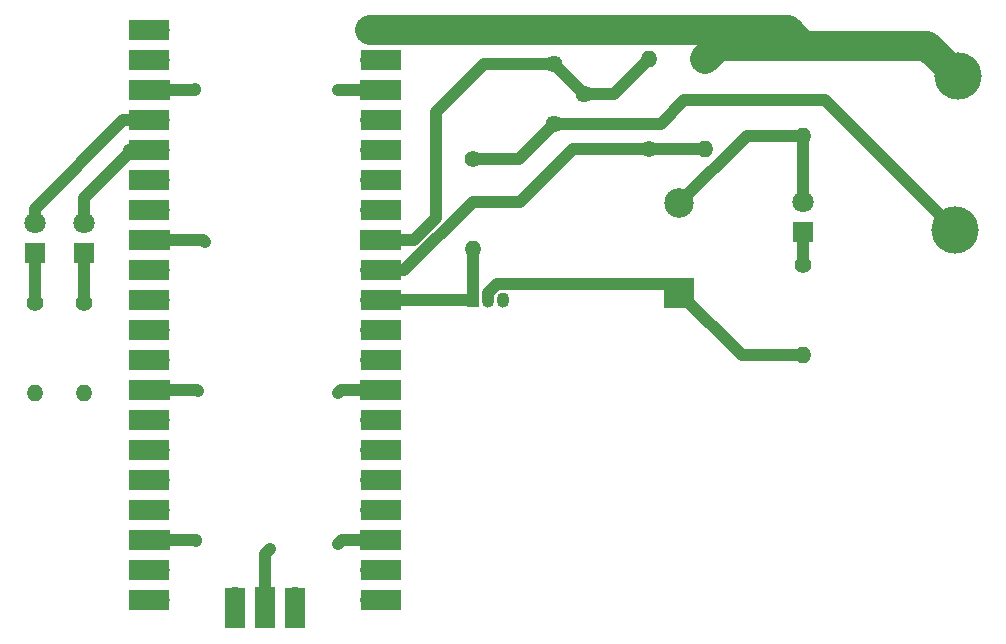
<source format=gbr>
%TF.GenerationSoftware,KiCad,Pcbnew,(6.0.7)*%
%TF.CreationDate,2023-06-25T15:11:42-07:00*%
%TF.ProjectId,WaterSensor,57617465-7253-4656-9e73-6f722e6b6963,rev?*%
%TF.SameCoordinates,Original*%
%TF.FileFunction,Copper,L1,Top*%
%TF.FilePolarity,Positive*%
%FSLAX46Y46*%
G04 Gerber Fmt 4.6, Leading zero omitted, Abs format (unit mm)*
G04 Created by KiCad (PCBNEW (6.0.7)) date 2023-06-25 15:11:42*
%MOMM*%
%LPD*%
G01*
G04 APERTURE LIST*
%TA.AperFunction,ComponentPad*%
%ADD10R,1.800000X1.800000*%
%TD*%
%TA.AperFunction,ComponentPad*%
%ADD11C,1.800000*%
%TD*%
%TA.AperFunction,ComponentPad*%
%ADD12C,1.400000*%
%TD*%
%TA.AperFunction,ComponentPad*%
%ADD13O,1.400000X1.400000*%
%TD*%
%TA.AperFunction,ComponentPad*%
%ADD14R,2.500000X2.500000*%
%TD*%
%TA.AperFunction,ComponentPad*%
%ADD15C,2.500000*%
%TD*%
%TA.AperFunction,ComponentPad*%
%ADD16R,1.050000X1.300000*%
%TD*%
%TA.AperFunction,ComponentPad*%
%ADD17O,1.050000X1.300000*%
%TD*%
%TA.AperFunction,ComponentPad*%
%ADD18C,1.440000*%
%TD*%
%TA.AperFunction,SMDPad,CuDef*%
%ADD19C,4.000000*%
%TD*%
%TA.AperFunction,SMDPad,CuDef*%
%ADD20R,3.500000X1.700000*%
%TD*%
%TA.AperFunction,ComponentPad*%
%ADD21O,1.700000X1.700000*%
%TD*%
%TA.AperFunction,ComponentPad*%
%ADD22R,1.700000X1.700000*%
%TD*%
%TA.AperFunction,SMDPad,CuDef*%
%ADD23R,1.700000X3.500000*%
%TD*%
%TA.AperFunction,ViaPad*%
%ADD24C,0.800000*%
%TD*%
%TA.AperFunction,Conductor*%
%ADD25C,2.500000*%
%TD*%
%TA.AperFunction,Conductor*%
%ADD26C,1.000000*%
%TD*%
G04 APERTURE END LIST*
D10*
%TO.P,Power,1,K*%
%TO.N,Net-(Power1-Pad1)*%
X196200000Y-83910000D03*
D11*
%TO.P,Power,2,A*%
%TO.N,BatGood*%
X196200000Y-81370000D03*
%TD*%
D12*
%TO.P,R7,1*%
%TO.N,Net-(Power2-Pad1)*%
X192000000Y-88190000D03*
D13*
%TO.P,R7,2*%
%TO.N,GND*%
X192000000Y-95810000D03*
%TD*%
D12*
%TO.P,R6,1*%
%TO.N,Net-(Power1-Pad1)*%
X196200000Y-88190000D03*
D13*
%TO.P,R6,2*%
%TO.N,GND*%
X196200000Y-95810000D03*
%TD*%
D10*
%TO.P,Power2,1,K*%
%TO.N,Net-(Power2-Pad1)*%
X192000000Y-83910000D03*
D11*
%TO.P,Power2,2,A*%
%TO.N,BatLow*%
X192000000Y-81370000D03*
%TD*%
D14*
%TO.P,111,1,1*%
%TO.N,Net-(Q1-Pad2)*%
X246600000Y-87300000D03*
D15*
%TO.P,111,2,2*%
%TO.N,Net-(D1-Pad2)*%
X246600000Y-79700000D03*
%TD*%
D12*
%TO.P,R5,1*%
%TO.N,BatteryLevel*%
X244000000Y-75110000D03*
D13*
%TO.P,R5,2*%
%TO.N,AGND*%
X244000000Y-67490000D03*
%TD*%
D12*
%TO.P,R4,1*%
%TO.N,+5V*%
X248800000Y-67490000D03*
D13*
%TO.P,R4,2*%
%TO.N,BatteryLevel*%
X248800000Y-75110000D03*
%TD*%
D16*
%TO.P,Q1,1,B*%
%TO.N,AnalogOut*%
X229150000Y-87900000D03*
D17*
%TO.P,Q1,2,C*%
%TO.N,Net-(Q1-Pad2)*%
X230420000Y-87900000D03*
%TO.P,Q1,3,E*%
%TO.N,GND*%
X231690000Y-87900000D03*
%TD*%
D18*
%TO.P,RV1,1,1*%
%TO.N,Net-(R1-Pad1)*%
X236000000Y-73000000D03*
%TO.P,RV1,2,2*%
%TO.N,AGND*%
X238540000Y-70460000D03*
%TO.P,RV1,3,3*%
X236000000Y-67920000D03*
%TD*%
D12*
%TO.P,R2,1*%
%TO.N,Net-(D1-Pad1)*%
X257099999Y-84989998D03*
D13*
%TO.P,R2,2*%
%TO.N,Net-(Q1-Pad2)*%
X257099999Y-92609998D03*
%TD*%
D10*
%TO.P,Alert,1,K*%
%TO.N,Net-(D1-Pad1)*%
X257099999Y-82174999D03*
D11*
%TO.P,Alert,2,A*%
%TO.N,Net-(D1-Pad2)*%
X257099999Y-79634999D03*
%TD*%
D19*
%TO.P,Probe B,1,1*%
%TO.N,Net-(R1-Pad1)*%
X269900000Y-82000000D03*
%TD*%
%TO.P,Probe A,1,1*%
%TO.N,+5V*%
X270200000Y-69000000D03*
%TD*%
D12*
%TO.P,R3,1*%
%TO.N,+5V*%
X257100000Y-66389999D03*
D13*
%TO.P,R3,2*%
%TO.N,Net-(D1-Pad2)*%
X257100000Y-74009999D03*
%TD*%
D20*
%TO.P,U1,1,GPIO0*%
%TO.N,unconnected-(U1-Pad1)*%
X201710000Y-65070000D03*
D21*
X202610000Y-65070000D03*
%TO.P,U1,2,GPIO1*%
%TO.N,unconnected-(U1-Pad2)*%
X202610000Y-67610000D03*
D20*
X201710000Y-67610000D03*
D22*
%TO.P,U1,3,GND*%
%TO.N,GND*%
X202610000Y-70150000D03*
D20*
X201710000Y-70150000D03*
%TO.P,U1,4,GPIO2*%
%TO.N,BatLow*%
X201710000Y-72690000D03*
D21*
X202610000Y-72690000D03*
%TO.P,U1,5,GPIO3*%
%TO.N,BatGood*%
X202610000Y-75230000D03*
D20*
X201710000Y-75230000D03*
%TO.P,U1,6,GPIO4*%
%TO.N,unconnected-(U1-Pad6)*%
X201710000Y-77770000D03*
D21*
X202610000Y-77770000D03*
D20*
%TO.P,U1,7,GPIO5*%
%TO.N,unconnected-(U1-Pad7)*%
X201710000Y-80310000D03*
D21*
X202610000Y-80310000D03*
D20*
%TO.P,U1,8,GND*%
%TO.N,GND*%
X201710000Y-82850000D03*
D22*
X202610000Y-82850000D03*
D20*
%TO.P,U1,9,GPIO6*%
%TO.N,unconnected-(U1-Pad9)*%
X201710000Y-85390000D03*
D21*
X202610000Y-85390000D03*
%TO.P,U1,10,GPIO7*%
%TO.N,unconnected-(U1-Pad10)*%
X202610000Y-87930000D03*
D20*
X201710000Y-87930000D03*
D21*
%TO.P,U1,11,GPIO8*%
%TO.N,unconnected-(U1-Pad11)*%
X202610000Y-90470000D03*
D20*
X201710000Y-90470000D03*
%TO.P,U1,12,GPIO9*%
%TO.N,unconnected-(U1-Pad12)*%
X201710000Y-93010000D03*
D21*
X202610000Y-93010000D03*
D20*
%TO.P,U1,13,GND*%
%TO.N,GND*%
X201710000Y-95550000D03*
D22*
X202610000Y-95550000D03*
D21*
%TO.P,U1,14,GPIO10*%
%TO.N,unconnected-(U1-Pad14)*%
X202610000Y-98090000D03*
D20*
X201710000Y-98090000D03*
D21*
%TO.P,U1,15,GPIO11*%
%TO.N,unconnected-(U1-Pad15)*%
X202610000Y-100630000D03*
D20*
X201710000Y-100630000D03*
D21*
%TO.P,U1,16,GPIO12*%
%TO.N,unconnected-(U1-Pad16)*%
X202610000Y-103170000D03*
D20*
X201710000Y-103170000D03*
%TO.P,U1,17,GPIO13*%
%TO.N,unconnected-(U1-Pad17)*%
X201710000Y-105710000D03*
D21*
X202610000Y-105710000D03*
D20*
%TO.P,U1,18,GND*%
%TO.N,GND*%
X201710000Y-108250000D03*
D22*
X202610000Y-108250000D03*
D20*
%TO.P,U1,19,GPIO14*%
%TO.N,unconnected-(U1-Pad19)*%
X201710000Y-110790000D03*
D21*
X202610000Y-110790000D03*
%TO.P,U1,20,GPIO15*%
%TO.N,unconnected-(U1-Pad20)*%
X202610000Y-113330000D03*
D20*
X201710000Y-113330000D03*
D21*
%TO.P,U1,21,GPIO16*%
%TO.N,unconnected-(U1-Pad21)*%
X220390000Y-113330000D03*
D20*
X221290000Y-113330000D03*
D21*
%TO.P,U1,22,GPIO17*%
%TO.N,unconnected-(U1-Pad22)*%
X220390000Y-110790000D03*
D20*
X221290000Y-110790000D03*
D22*
%TO.P,U1,23,GND*%
%TO.N,GND*%
X220390000Y-108250000D03*
D20*
X221290000Y-108250000D03*
%TO.P,U1,24,GPIO18*%
%TO.N,unconnected-(U1-Pad24)*%
X221290000Y-105710000D03*
D21*
X220390000Y-105710000D03*
%TO.P,U1,25,GPIO19*%
%TO.N,unconnected-(U1-Pad25)*%
X220390000Y-103170000D03*
D20*
X221290000Y-103170000D03*
D21*
%TO.P,U1,26,GPIO20*%
%TO.N,unconnected-(U1-Pad26)*%
X220390000Y-100630000D03*
D20*
X221290000Y-100630000D03*
%TO.P,U1,27,GPIO21*%
%TO.N,unconnected-(U1-Pad27)*%
X221290000Y-98090000D03*
D21*
X220390000Y-98090000D03*
D20*
%TO.P,U1,28,GND*%
%TO.N,GND*%
X221290000Y-95550000D03*
D22*
X220390000Y-95550000D03*
D20*
%TO.P,U1,29,GPIO22*%
%TO.N,unconnected-(U1-Pad29)*%
X221290000Y-93010000D03*
D21*
X220390000Y-93010000D03*
%TO.P,U1,30,RUN*%
%TO.N,unconnected-(U1-Pad30)*%
X220390000Y-90470000D03*
D20*
X221290000Y-90470000D03*
D21*
%TO.P,U1,31,GPIO26_ADC0*%
%TO.N,AnalogOut*%
X220390000Y-87930000D03*
D20*
X221290000Y-87930000D03*
D21*
%TO.P,U1,32,GPIO27_ADC1*%
%TO.N,BatteryLevel*%
X220390000Y-85390000D03*
D20*
X221290000Y-85390000D03*
D22*
%TO.P,U1,33,AGND*%
%TO.N,AGND*%
X220390000Y-82850000D03*
D20*
X221290000Y-82850000D03*
D21*
%TO.P,U1,34,GPIO28_ADC2*%
%TO.N,unconnected-(U1-Pad34)*%
X220390000Y-80310000D03*
D20*
X221290000Y-80310000D03*
%TO.P,U1,35,ADC_VREF*%
%TO.N,unconnected-(U1-Pad35)*%
X221290000Y-77770000D03*
D21*
X220390000Y-77770000D03*
D20*
%TO.P,U1,36,3V3*%
%TO.N,unconnected-(U1-Pad36)*%
X221290000Y-75230000D03*
D21*
X220390000Y-75230000D03*
D20*
%TO.P,U1,37,3V3_EN*%
%TO.N,unconnected-(U1-Pad37)*%
X221290000Y-72690000D03*
D21*
X220390000Y-72690000D03*
D20*
%TO.P,U1,38,GND*%
%TO.N,GND*%
X221290000Y-70150000D03*
D22*
X220390000Y-70150000D03*
D20*
%TO.P,U1,39,VSYS*%
%TO.N,unconnected-(U1-Pad39)*%
X221290000Y-67610000D03*
D21*
X220390000Y-67610000D03*
D20*
%TO.P,U1,40,VBUS*%
%TO.N,+5V*%
X221290000Y-65070000D03*
D21*
X220390000Y-65070000D03*
%TO.P,U1,41,SWCLK*%
%TO.N,unconnected-(U1-Pad41)*%
X208960000Y-113100000D03*
D23*
X208960000Y-114000000D03*
%TO.P,U1,42,GND*%
%TO.N,GND*%
X211500000Y-114000000D03*
D22*
X211500000Y-113100000D03*
D21*
%TO.P,U1,43,SWDIO*%
%TO.N,unconnected-(U1-Pad43)*%
X214040000Y-113100000D03*
D23*
X214040000Y-114000000D03*
%TD*%
D12*
%TO.P,R1,1*%
%TO.N,Net-(R1-Pad1)*%
X229100000Y-75990000D03*
D13*
%TO.P,R1,2*%
%TO.N,AnalogOut*%
X229100000Y-83610000D03*
%TD*%
D24*
%TO.N,GND*%
X206400000Y-83000000D03*
X205800000Y-95600000D03*
X205700000Y-108300000D03*
X205600000Y-70100000D03*
X217650000Y-70150000D03*
X217700000Y-108600000D03*
X217700000Y-95800000D03*
X211900000Y-109000000D03*
%TD*%
D25*
%TO.N,+5V*%
X257100000Y-66389999D02*
X267589999Y-66389999D01*
X267589999Y-66389999D02*
X270200000Y-69000000D01*
D26*
%TO.N,Net-(Power2-Pad1)*%
X192000000Y-83910000D02*
X192000000Y-88190000D01*
%TO.N,Net-(Power1-Pad1)*%
X196200000Y-83910000D02*
X196200000Y-88190000D01*
%TO.N,BatLow*%
X192000000Y-80187208D02*
X199497208Y-72690000D01*
X192000000Y-81370000D02*
X192000000Y-80187208D01*
%TO.N,BatGood*%
X200250000Y-75230000D02*
X202610000Y-75230000D01*
X196200000Y-81370000D02*
X196200000Y-79280000D01*
X196200000Y-79280000D02*
X200250000Y-75230000D01*
%TO.N,BatLow*%
X199497208Y-72690000D02*
X202610000Y-72690000D01*
%TO.N,BatGood*%
X199957208Y-75230000D02*
X202610000Y-75230000D01*
%TO.N,BatteryLevel*%
X229100000Y-79600000D02*
X223310000Y-85390000D01*
X233100000Y-79600000D02*
X229100000Y-79600000D01*
X223310000Y-85390000D02*
X220390000Y-85390000D01*
X237590000Y-75110000D02*
X233100000Y-79600000D01*
X244000000Y-75110000D02*
X237590000Y-75110000D01*
X248800000Y-75110000D02*
X244000000Y-75110000D01*
D25*
%TO.N,+5V*%
X249900001Y-66389999D02*
X248800000Y-67490000D01*
X257100000Y-66389999D02*
X249900001Y-66389999D01*
D26*
%TO.N,AGND*%
X241030000Y-70460000D02*
X244000000Y-67490000D01*
X238540000Y-70460000D02*
X241030000Y-70460000D01*
%TO.N,Net-(D1-Pad2)*%
X257100000Y-74009999D02*
X257099999Y-79634999D01*
X252290001Y-74009999D02*
X246600000Y-79700000D01*
X257100000Y-74009999D02*
X252290001Y-74009999D01*
%TO.N,Net-(D1-Pad1)*%
X257099999Y-82174999D02*
X257099999Y-84989998D01*
%TO.N,AnalogOut*%
X220420000Y-87900000D02*
X220390000Y-87930000D01*
X229100000Y-87850000D02*
X229150000Y-87900000D01*
X229100000Y-83610000D02*
X229100000Y-87850000D01*
X229150000Y-87900000D02*
X220420000Y-87900000D01*
%TO.N,GND*%
X220390000Y-108250000D02*
X218050000Y-108250000D01*
X205650000Y-108250000D02*
X205700000Y-108300000D01*
X206250000Y-82850000D02*
X206400000Y-83000000D01*
X202610000Y-95550000D02*
X205750000Y-95550000D01*
X220390000Y-95550000D02*
X217950000Y-95550000D01*
X202610000Y-70150000D02*
X205550000Y-70150000D01*
X205550000Y-70150000D02*
X205600000Y-70100000D01*
X220390000Y-70150000D02*
X217650000Y-70150000D01*
X217950000Y-95550000D02*
X217700000Y-95800000D01*
X202610000Y-82850000D02*
X206250000Y-82850000D01*
X202610000Y-108250000D02*
X205650000Y-108250000D01*
X205750000Y-95550000D02*
X205800000Y-95600000D01*
X211500000Y-113100000D02*
X211500000Y-109400000D01*
X211500000Y-109400000D02*
X211900000Y-109000000D01*
X218050000Y-108250000D02*
X217700000Y-108600000D01*
D25*
%TO.N,+5V*%
X257100000Y-66389999D02*
X255780001Y-65070000D01*
X255780001Y-65070000D02*
X220390000Y-65070000D01*
D26*
%TO.N,Net-(Q1-Pad2)*%
X251909998Y-92609998D02*
X246600000Y-87300000D01*
X245850000Y-86550000D02*
X231182588Y-86550000D01*
X246600000Y-87300000D02*
X245850000Y-86550000D01*
X257099999Y-92609998D02*
X251909998Y-92609998D01*
X230420000Y-87312588D02*
X230420000Y-87900000D01*
X231182588Y-86550000D02*
X230420000Y-87312588D01*
%TO.N,Net-(R1-Pad1)*%
X245000000Y-73000000D02*
X236000000Y-73000000D01*
X247000000Y-71000000D02*
X245000000Y-73000000D01*
X229100000Y-75990000D02*
X233010000Y-75990000D01*
X269900000Y-82000000D02*
X258900000Y-71000000D01*
X258900000Y-71000000D02*
X247000000Y-71000000D01*
X233010000Y-75990000D02*
X236000000Y-73000000D01*
%TO.N,AGND*%
X226000000Y-72000000D02*
X230080000Y-67920000D01*
X220390000Y-82850000D02*
X224150000Y-82850000D01*
X226000000Y-81000000D02*
X226000000Y-72000000D01*
X238540000Y-70460000D02*
X236000000Y-67920000D01*
X230080000Y-67920000D02*
X236000000Y-67920000D01*
X224150000Y-82850000D02*
X226000000Y-81000000D01*
%TD*%
M02*

</source>
